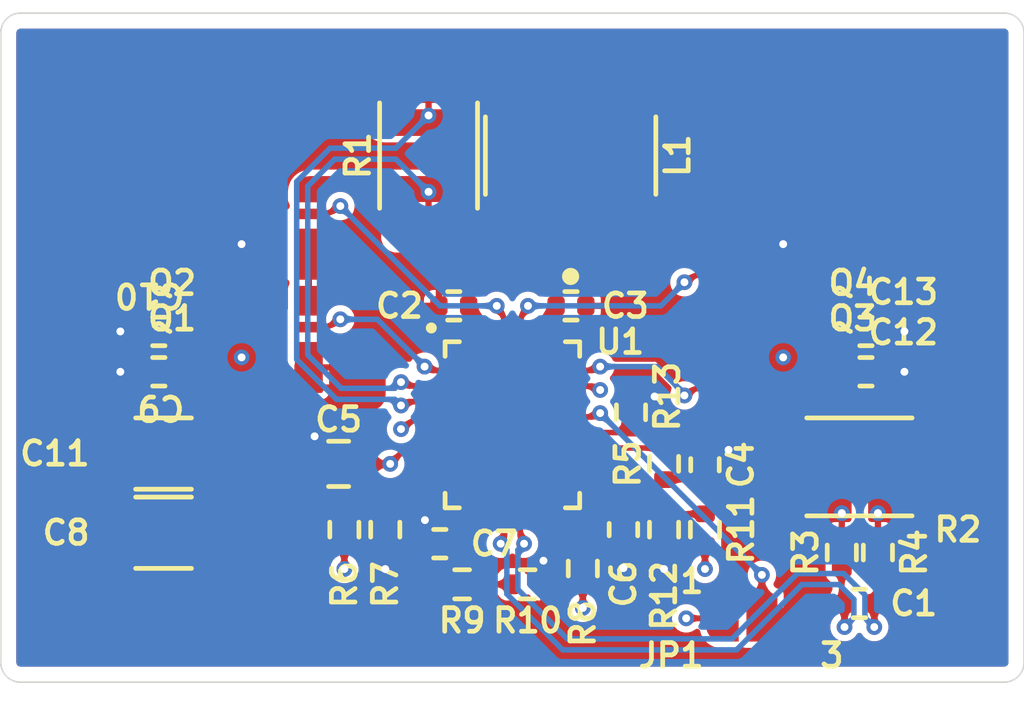
<source format=kicad_pcb>
(kicad_pcb (version 20241229) (generator "pcbnew") (generator_version "9.0")
  (layers (0 "F.Cu" signal) (4 "In1.Cu" power) (6 "In2.Cu" power) (2 "B.Cu" signal) (13 "F.Paste" user) (15 "B.Paste" user) (5 "F.SilkS" user "F.Silkscreen") (7 "B.SilkS" user "B.Silkscreen") (1 "F.Mask" user) (3 "B.Mask" user) (25 "Edge.Cuts" user))
  (net 0 "")
  (net 1 "/LSN")
  (net 3 "/TG1")
  (net 5 "/TG2")
  (net 6 "/SW2")
  (net 7 "/LSP")
  (net 8 "/BG2")
  (net 9 "GND")
  (net 10 "/BG1")
  (net 11 "/VIN")
  (net 12 "/VOUT")
  (net 13 "/V_OUT")
  (net 14 "/ISN")
  (net 15 "/ISP")
  (net 16 "Net-(C4-Pad1)")
  (net 17 "/VC")
  (net 18 "/BST1")
  (net 19 "/BST2")
  (net 20 "/EN{slash}UVLO")
  (net 21 "/INTVCC")
  (net 22 "/~{PGOOD}")
  (net 23 "/SS")
  (net 24 "/VREF")
  (net 25 "/CTRL")
  (net 26 "/FB")
  (net 27 "/RT")
  (net 28 "/SYNC{slash}SPRD")
  (footprint "resistor_footprints:R_0402_1005Metric" (layer "F.Cu") (at 135.8519 94.44222 -90)
    (property "Reference" "R7" (at 0.93 0 90) (layer "F.SilkS") (effects (font (size 0.762 0.762) (thickness 0.1524)) (justify right)))
    (property "Value" "165 kΩ")
    (fp_line (start 0.24 0.47) (end -0.24 0.47) (stroke (width 0.1524)) (layer "F.SilkS"))
    (fp_line (start 0.24 -0.47) (end -0.24 -0.47) (stroke (width 0.1524)) (layer "F.SilkS"))
    (pad "1" smd roundrect (at -0.51 0 270) (size 0.54 0.64) (layers "F.Cu" "F.Mask" "F.Paste") (net 20 "/EN{slash}UVLO"))
    (pad "2" smd roundrect (at 0.51 0 270) (size 0.54 0.64) (layers "F.Cu" "F.Mask" "F.Paste") (net 9 "GND"))
  )
  (footprint "resistor_footprints:R_0402_1005Metric" (layer "F.Cu") (at 138.33243 96.20758)
    (property "Reference" "R9" (at 0 0.724 0) (layer "F.SilkS") (effects (font (size 0.762 0.762) (thickness 0.1524)) (justify top)))
    (property "Value" "124 kΩ")
    (fp_line (start 0.24 -0.47) (end -0.24 -0.47) (stroke (width 0.1524)) (layer "F.SilkS"))
    (fp_line (start 0.24 0.47) (end -0.24 0.47) (stroke (width 0.1524)) (layer "F.SilkS"))
    (pad "1" smd roundrect (at -0.51 0) (size 0.54 0.64) (layers "F.Cu" "F.Mask" "F.Paste") (net 24 "/VREF"))
    (pad "2" smd roundrect (at 0.51 0) (size 0.54 0.64) (layers "F.Cu" "F.Mask" "F.Paste") (net 25 "/CTRL"))
  )
  (footprint "resistor_footprints:R_2010_5025Metric" (layer "F.Cu") (at 151.15226 92.4179)
    (property "Reference" "R2" (at 3.18 1.58 0) (layer "F.SilkS") (effects (font (size 0.762 0.762) (thickness 0.1524)) (justify top)))
    (property "Value" "0.01 Ω")
    (fp_line (start 1.6995 -1.58) (end -1.6995 -1.58) (stroke (width 0.1524)) (layer "F.SilkS"))
    (fp_line (start 1.6995 1.58) (end -1.6995 1.58) (stroke (width 0.1524)) (layer "F.SilkS"))
    (pad "1" smd roundrect (at -2.312 0) (size 1.225 2.65) (layers "F.Cu" "F.Mask" "F.Paste") (net 12 "/VOUT"))
    (pad "2" smd roundrect (at 2.312 0) (size 1.225 2.65) (layers "F.Cu" "F.Mask" "F.Paste") (net 13 "/V_OUT"))
  )
  (footprint "resistor_footprints:R_0402_1005Metric" (layer "F.Cu") (at 134.53164 94.44222 90)
    (property "Reference" "R6" (at -0.93 0 90) (layer "F.SilkS") (effects (font (size 0.762 0.762) (thickness 0.1524)) (justify right)))
    (property "Value" "383 kΩ")
    (fp_line (start 0.24 -0.47) (end -0.24 -0.47) (stroke (width 0.1524)) (layer "F.SilkS"))
    (fp_line (start 0.24 0.47) (end -0.24 0.47) (stroke (width 0.1524)) (layer "F.SilkS"))
    (pad "1" smd roundrect (at -0.51 0 90) (size 0.54 0.64) (layers "F.Cu" "F.Mask" "F.Paste") (net 11 "/VIN"))
    (pad "2" smd roundrect (at 0.51 0 90) (size 0.54 0.64) (layers "F.Cu" "F.Mask" "F.Paste") (net 20 "/EN{slash}UVLO"))
  )
  (footprint "resistor_footprints:R_0402_1005Metric" (layer "F.Cu") (at 151.750399 95.18142 -90)
    (property "Reference" "R4" (at 0 -0.724 90) (layer "F.SilkS") (effects (font (size 0.762 0.762) (thickness 0.1524)) (justify top)))
    (property "Value" "10 kΩ")
    (fp_line (start 0.24 0.47) (end -0.24 0.47) (stroke (width 0.1524)) (layer "F.SilkS"))
    (fp_line (start 0.24 -0.47) (end -0.24 -0.47) (stroke (width 0.1524)) (layer "F.SilkS"))
    (pad "1" smd roundrect (at -0.51 0 270) (size 0.54 0.64) (layers "F.Cu" "F.Mask" "F.Paste") (net 13 "/V_OUT"))
    (pad "2" smd roundrect (at 0.51 0 270) (size 0.54 0.64) (layers "F.Cu" "F.Mask" "F.Paste") (net 14 "/ISN"))
  )
  (footprint "resistor_footprints:R_0402_1005Metric" (layer "F.Cu") (at 142.2273 95.69758 -90)
    (property "Reference" "R8" (at 0.93 0 90) (layer "F.SilkS") (effects (font (size 0.762 0.762) (thickness 0.1524)) (justify right)))
    (property "Value" "100 kΩ")
    (fp_line (start 0.24 0.47) (end -0.24 0.47) (stroke (width 0.1524)) (layer "F.SilkS"))
    (fp_line (start 0.24 -0.47) (end -0.24 -0.47) (stroke (width 0.1524)) (layer "F.SilkS"))
    (pad "1" smd roundrect (at -0.51 0 270) (size 0.54 0.64) (layers "F.Cu" "F.Mask" "F.Paste") (net 22 "/~{PGOOD}"))
    (pad "2" smd roundrect (at 0.51 0 270) (size 0.54 0.64) (layers "F.Cu" "F.Mask" "F.Paste") (net 21 "/INTVCC"))
  )
  (footprint "capacitor_footprints:C_0402_1005Metric" (layer "F.Cu") (at 143.538315 94.44222 -90)
    (property "Reference" "C6" (at 0.91 0 90) (layer "F.SilkS") (effects (font (size 0.762 0.762) (thickness 0.1524)) (justify right)))
    (property "Value" "22 nF")
    (fp_line (start 0.2 0.46) (end -0.2 0.46) (stroke (width 0.1524)) (layer "F.SilkS"))
    (fp_line (start 0.2 -0.46) (end -0.2 -0.46) (stroke (width 0.1524)) (layer "F.SilkS"))
    (pad "1" smd roundrect (at -0.48 0 270) (size 0.56 0.62) (layers "F.Cu" "F.Mask" "F.Paste") (net 23 "/SS"))
    (pad "2" smd roundrect (at 0.48 0 270) (size 0.56 0.62) (layers "F.Cu" "F.Mask" "F.Paste") (net 9 "GND"))
  )
  (footprint "transistor_footprints:TSDSON-8FL" (layer "F.Cu") (at 147.97218 88.883821)
    (property "Reference" "Q3" (at 2.1 -1.7 0) (layer "F.SilkS") (effects (font (size 0.762 0.762) (thickness 0.1524)) (justify left top)))
    (property "Value" "25 V")
    (pad "1" smd roundrect (at -1.45 -0.975) (size 0.9 0.34) (layers "F.Cu" "F.Mask" "F.Paste") (net 6 "/SW2"))
    (pad "1" smd roundrect (at -1.45 -0.325) (size 0.9 1.64) (layers "F.Cu" "F.Mask" "F.Paste") (roundrect_rratio 0.05) (net 6 "/SW2"))
    (pad "2" smd roundrect (at -1.45 -0.325) (size 0.9 0.34) (layers "F.Cu" "F.Mask" "F.Paste") (net 6 "/SW2"))
    (pad "3" smd roundrect (at -1.45 0.325) (size 0.9 0.34) (layers "F.Cu" "F.Mask" "F.Paste") (net 6 "/SW2"))
    (pad "4" smd roundrect (at -1.45 0.975) (size 0.9 0.34) (layers "F.Cu" "F.Mask" "F.Paste") (net 5 "/TG2"))
    (pad "5" smd roundrect (at 0.72 0) (size 2.36 2.29) (layers "F.Cu" "F.Mask" "F.Paste") (roundrect_rratio 0.05) (net 12 "/VOUT"))
    (pad "5" smd roundrect (at 1.45 -0.975) (size 0.9 0.34) (layers "F.Cu" "F.Mask" "F.Paste") (net 12 "/VOUT"))
    (pad "5" smd roundrect (at 1.45 -0.325) (size 0.9 0.34) (layers "F.Cu" "F.Mask" "F.Paste") (net 12 "/VOUT"))
    (pad "5" smd roundrect (at 1.45 0.325) (size 0.9 0.34) (layers "F.Cu" "F.Mask" "F.Paste") (net 12 "/VOUT"))
    (pad "5" smd roundrect (at 1.45 0.975) (size 0.9 0.34) (layers "F.Cu" "F.Mask" "F.Paste") (net 12 "/VOUT"))
  )
  (footprint "resistor_footprints:R_0402_1005Metric" (layer "F.Cu") (at 146.16938 94.44222 90)
    (property "Reference" "R11" (at 0 0.724 90) (layer "F.SilkS") (effects (font (size 0.762 0.762) (thickness 0.1524)) (justify top)))
    (property "Value" "110 kΩ")
    (fp_line (start 0.24 -0.47) (end -0.24 -0.47) (stroke (width 0.1524)) (layer "F.SilkS"))
    (fp_line (start 0.24 0.47) (end -0.24 0.47) (stroke (width 0.1524)) (layer "F.SilkS"))
    (pad "1" smd roundrect (at -0.51 0 90) (size 0.54 0.64) (layers "F.Cu" "F.Mask" "F.Paste") (net 13 "/V_OUT"))
    (pad "2" smd roundrect (at 0.51 0 90) (size 0.54 0.64) (layers "F.Cu" "F.Mask" "F.Paste") (net 26 "/FB"))
  )
  (footprint "capacitor_footprints:C_0402_1005Metric" (layer "F.Cu") (at 137.61218 94.89694 180)
    (property "Reference" "C7" (at -0.91 0 0) (layer "F.SilkS") (effects (font (size 0.762 0.762) (thickness 0.1524)) (justify left)))
    (property "Value" "470 nF")
    (fp_line (start 0.2 0.46) (end -0.2 0.46) (stroke (width 0.1524)) (layer "F.SilkS"))
    (fp_line (start 0.2 -0.46) (end -0.2 -0.46) (stroke (width 0.1524)) (layer "F.SilkS"))
    (pad "1" smd roundrect (at -0.48 0 180) (size 0.56 0.62) (layers "F.Cu" "F.Mask" "F.Paste") (net 24 "/VREF"))
    (pad "2" smd roundrect (at 0.48 0 180) (size 0.56 0.62) (layers "F.Cu" "F.Mask" "F.Paste") (net 9 "GND"))
  )
  (footprint "transistor_footprints:TSDSON-8FL" (layer "F.Cu") (at 131.93582 88.883821 180)
    (property "Reference" "Q1" (at 2.1 1.7 0) (layer "F.SilkS") (effects (font (size 0.762 0.762) (thickness 0.1524)) (justify right top)))
    (property "Value" "60 V")
    (pad "1" smd roundrect (at -1.45 -0.975 180) (size 0.9 0.34) (layers "F.Cu" "F.Mask" "F.Paste") (net 7 "/LSP"))
    (pad "1" smd roundrect (at -1.45 -0.325 180) (size 0.9 1.64) (layers "F.Cu" "F.Mask" "F.Paste") (roundrect_rratio 0.05) (net 7 "/LSP"))
    (pad "2" smd roundrect (at -1.45 -0.325 180) (size 0.9 0.34) (layers "F.Cu" "F.Mask" "F.Paste") (net 7 "/LSP"))
    (pad "3" smd roundrect (at -1.45 0.325 180) (size 0.9 0.34) (layers "F.Cu" "F.Mask" "F.Paste") (net 7 "/LSP"))
    (pad "4" smd roundrect (at -1.45 0.975 180) (size 0.9 0.34) (layers "F.Cu" "F.Mask" "F.Paste") (net 3 "/TG1"))
    (pad "5" smd roundrect (at 0.72 0 180) (size 2.36 2.29) (layers "F.Cu" "F.Mask" "F.Paste") (roundrect_rratio 0.05) (net 11 "/VIN"))
    (pad "5" smd roundrect (at 1.45 -0.975 180) (size 0.9 0.34) (layers "F.Cu" "F.Mask" "F.Paste") (net 11 "/VIN"))
    (pad "5" smd roundrect (at 1.45 -0.325 180) (size 0.9 0.34) (layers "F.Cu" "F.Mask" "F.Paste") (net 11 "/VIN"))
    (pad "5" smd roundrect (at 1.45 0.325 180) (size 0.9 0.34) (layers "F.Cu" "F.Mask" "F.Paste") (net 11 "/VIN"))
    (pad "5" smd roundrect (at 1.45 0.975 180) (size 0.9 0.34) (layers "F.Cu" "F.Mask" "F.Paste") (net 11 "/VIN"))
  )
  (footprint "capacitor_footprints:C_0402_1005Metric" (layer "F.Cu") (at 128.54432 89.348821 180)
    (property "Reference" "C9" (at -0.91 -0.714 180) (layer "F.SilkS") (effects (font (size 0.762 0.762) (thickness 0.1524)) (justify left bottom)))
    (property "Value" "100 nF")
    (fp_line (start 0.2 0.46) (end -0.2 0.46) (stroke (width 0.1524)) (layer "F.SilkS"))
    (fp_line (start 0.2 -0.46) (end -0.2 -0.46) (stroke (width 0.1524)) (layer "F.SilkS"))
    (pad "1" smd roundrect (at -0.48 0 180) (size 0.56 0.62) (layers "F.Cu" "F.Mask" "F.Paste") (net 11 "/VIN"))
    (pad "2" smd roundrect (at 0.48 0 180) (size 0.56 0.62) (layers "F.Cu" "F.Mask" "F.Paste") (net 9 "GND"))
  )
  (footprint "solder_jumper_footprints:SolderJumper-3_P1.3mm_Bridged_2_3_RoundedPad1.0x1.5mm_NumberLabels_1" (layer "F.Cu") (at 148.00628 97.30486)
    (property "Reference" "JP1" (at -1.795176 0.753813 0) (layer "F.SilkS") (effects (font (size 0.762 0.762) (thickness 0.1524) (bold yes)) (justify right top)))
    (property "Value" "SolderJumper_3_Open")
    (fp_rect (start 0.3835 -0.254) (end 0.8915 0.254) (stroke (width 0.2)) (fill yes) (layer "F.Cu"))
    (fp_text user "1" (at -1.79518 -0.753813 0) (layer "F.SilkS") (effects (font (size 0.762 0.762) (thickness 0.1524) (bold yes)) (justify right bottom)))
    (fp_text user "3" (at 1.795244 0.753813 0) (layer "F.SilkS") (effects (font (size 0.762 0.762) (thickness 0.1524) (bold yes)) (justify left top)))
    (pad "1" smd custom (at -1.3 0) (size 1 0.5) (layers "F.Cu" "F.Mask") (net 21 "/INTVCC") (options (clearance outline) (anchor rect)) (primitives (gr_circle (center 0 0.25) (end 0.5 0.25) (width 0) (fill yes)) (gr_circle (center 0 -0.25) (end 0.5 -0.25) (width 0) (fill yes)) (gr_poly (pts (xy 0.55 0.75) (xy 0 0.75) (xy 0 -0.75) (xy 0.55 -0.75)) (width 0) (fill yes))))
    (pad "2" smd rect (at 0 0) (size 1 1.5) (layers "F.Cu" "F.Mask") (net 28 "/SYNC{slash}SPRD"))
    (pad "3" smd custom (at 1.3 0) (size 1 0.5) (layers "F.Cu" "F.Mask") (net 9 "GND") (options (clearance outline) (anchor rect)) (primitives (gr_circle (center 0 0.25) (end 0.5 0.25) (width 0) (fill yes)) (gr_circle (center 0 -0.25) (end 0.5 -0.25) (width 0) (fill yes)) (gr_poly (pts (xy 0 0.75) (xy -0.55 0.75) (xy -0.55 -0.75) (xy 0 -0.75)) (width 0) (fill yes))))
  )
  (footprint "transistor_footprints:TSDSON-8FL" (layer "F.Cu") (at 131.93582 85.22934 180)
    (property "Reference" "Q2" (at 2.1 -1.7 0) (layer "F.SilkS") (effects (font (size 0.762 0.762) (thickness 0.1524)) (justify right bottom)))
    (property "Value" "60 V")
    (pad "1" smd roundrect (at -1.45 -0.975 180) (size 0.9 0.34) (layers "F.Cu" "F.Mask" "F.Paste") (net 7 "/LSP"))
    (pad "1" smd roundrect (at -1.45 -0.325 180) (size 0.9 1.64) (layers "F.Cu" "F.Mask" "F.Paste") (roundrect_rratio 0.05) (net 7 "/LSP"))
    (pad "2" smd roundrect (at -1.45 -0.325 180) (size 0.9 0.34) (layers "F.Cu" "F.Mask" "F.Paste") (net 7 "/LSP"))
    (pad "3" smd roundrect (at -1.45 0.325 180) (size 0.9 0.34) (layers "F.Cu" "F.Mask" "F.Paste") (net 7 "/LSP"))
    (pad "4" smd roundrect (at -1.45 0.975 180) (size 0.9 0.34) (layers "F.Cu" "F.Mask" "F.Paste") (net 10 "/BG1"))
    (pad "5" smd roundrect (at 0.72 0 180) (size 2.36 2.29) (layers "F.Cu" "F.Mask" "F.Paste") (roundrect_rratio 0.05) (net 9 "GND"))
    (pad "5" smd roundrect (at 1.45 -0.975 180) (size 0.9 0.34) (layers "F.Cu" "F.Mask" "F.Paste") (net 9 "GND"))
    (pad "5" smd roundrect (at 1.45 -0.325 180) (size 0.9 0.34) (layers "F.Cu" "F.Mask" "F.Paste") (net 9 "GND"))
    (pad "5" smd roundrect (at 1.45 0.325 180) (size 0.9 0.34) (layers "F.Cu" "F.Mask" "F.Paste") (net 9 "GND"))
    (pad "5" smd roundrect (at 1.45 0.975 180) (size 0.9 0.34) (layers "F.Cu" "F.Mask" "F.Paste") (net 9 "GND"))
  )
  (footprint "capacitor_footprints:C_1206_3216Metric" (layer "F.Cu") (at 128.69672 94.543 180)
    (property "Reference" "C8" (at 2.3 0 0) (layer "F.SilkS") (effects (font (size 0.762 0.762) (thickness 0.1524)) (justify right)))
    (property "Value" "4.7 µF")
    (fp_line (start 0.9 1.15) (end -0.9 1.15) (stroke (width 0.1524)) (layer "F.SilkS"))
    (fp_line (start 0.9 -1.15) (end -0.9 -1.15) (stroke (width 0.1524)) (layer "F.SilkS"))
    (pad "1" smd roundrect (at -1.475 0 180) (size 1.15 1.8) (layers "F.Cu" "F.Mask" "F.Paste") (net 11 "/VIN"))
    (pad "2" smd roundrect (at 1.475 0 180) (size 1.15 1.8) (layers "F.Cu" "F.Mask" "F.Paste") (net 9 "GND"))
  )
  (footprint "resistor_footprints:R_0402_1005Metric" (layer "F.Cu") (at 143.782155 90.656061 90)
    (property "Reference" "R13" (at 0.508 0.724 90) (layer "F.SilkS") (effects (font (size 0.762 0.762) (thickness 0.1524)) (justify top)))
    (property "Value" "100 kΩ")
    (fp_line (start 0.24 -0.47) (end -0.24 -0.47) (stroke (width 0.1524)) (layer "F.SilkS"))
    (fp_line (start 0.24 0.47) (end -0.24 0.47) (stroke (width 0.1524)) (layer "F.SilkS"))
    (pad "1" smd roundrect (at -0.51 0 90) (size 0.54 0.64) (layers "F.Cu" "F.Mask" "F.Paste") (net 27 "/RT"))
    (pad "2" smd roundrect (at 0.51 0 90) (size 0.54 0.64) (layers "F.Cu" "F.Mask" "F.Paste") (net 9 "GND"))
  )
  (footprint "resistor_footprints:R_2010_5025Metric" (layer "F.Cu") (at 137.2489 82.3728 90)
    (property "Reference" "R1" (at 0 -1.834 90) (layer "F.SilkS") (effects (font (size 0.762 0.762) (thickness 0.1524)) (justify bottom)))
    (property "Value" "0.005 Ω")
    (fp_line (start 1.6995 -1.58) (end -1.6995 -1.58) (stroke (width 0.1524)) (layer "F.SilkS"))
    (fp_line (start 1.6995 1.58) (end -1.6995 1.58) (stroke (width 0.1524)) (layer "F.SilkS"))
    (pad "1" smd roundrect (at -2.312 0 90) (size 1.225 2.65) (layers "F.Cu" "F.Mask" "F.Paste") (net 7 "/LSP"))
    (pad "2" smd roundrect (at 2.312 0 90) (size 1.225 2.65) (layers "F.Cu" "F.Mask" "F.Paste") (net 1 "/LSN"))
  )
  (footprint "inductor_footprints:74437336" (layer "F.Cu") (at 141.8336 82.3722 90)
    (property "Reference" "L1" (at 0 3.004 90) (layer "F.SilkS") (effects (font (size 0.762 0.762) (thickness 0.1524)) (justify top)))
    (property "Value" "1.0 µH")
    (fp_line (start 1.25 -2.75) (end -1.25 -2.75) (stroke (width 0.1524)) (layer "F.SilkS"))
    (fp_line (start 1.25 2.75) (end -1.25 2.75) (stroke (width 0.1524)) (layer "F.SilkS"))
    (fp_circle (center -3.9 0) (end -4.1 0) (stroke (width 0.1524)) (fill yes) (layer "F.SilkS"))
    (pad "1" smd roundrect (at -2.25 0 90) (size 2 1.8) (layers "F.Cu" "F.Mask" "F.Paste") (net 6 "/SW2"))
    (pad "2" smd roundrect (at 2.25 0 90) (size 2 1.8) (layers "F.Cu" "F.Mask" "F.Paste") (net 1 "/LSN"))
  )
  (footprint "resistor_footprints:R_0402_1005Metric" (layer "F.Cu") (at 144.84858 92.319062 -90)
    (property "Reference" "R5" (at 0 0.724 90) (layer "F.SilkS") (effects (font (size 0.762 0.762) (thickness 0.1524)) (justify bottom)))
    (property "Value" "10 kΩ")
    (fp_line (start 0.24 0.47) (end -0.24 0.47) (stroke (width 0.1524)) (layer "F.SilkS"))
    (fp_line (start 0.24 -0.47) (end -0.24 -0.47) (stroke (width 0.1524)) (layer "F.SilkS"))
    (pad "1" smd roundrect (at -0.51 0 270) (size 0.54 0.64) (layers "F.Cu" "F.Mask" "F.Paste") (net 17 "/VC"))
    (pad "2" smd roundrect (at 0.51 0 270) (size 0.54 0.64) (layers "F.Cu" "F.Mask" "F.Paste") (net 16 "Net-(C4-Pad1)"))
  )
  (footprint "resistor_footprints:R_0402_1005Metric" (layer "F.Cu") (at 144.84858 94.44222 90)
    (property "Reference" "R12" (at -0.93 0 90) (layer "F.SilkS") (effects (font (size 0.762 0.762) (thickness 0.1524)) (justify right)))
    (property "Value" "10 kΩ")
    (fp_line (start 0.24 -0.47) (end -0.24 -0.47) (stroke (width 0.1524)) (layer "F.SilkS"))
    (fp_line (start 0.24 0.47) (end -0.24 0.47) (stroke (width 0.1524)) (layer "F.SilkS"))
    (pad "1" smd roundrect (at -0.51 0 90) (size 0.54 0.64) (layers "F.Cu" "F.Mask" "F.Paste") (net 9 "GND"))
    (pad "2" smd roundrect (at 0.51 0 90) (size 0.54 0.64) (layers "F.Cu" "F.Mask" "F.Paste") (net 26 "/FB"))
  )
  (footprint "capacitor_footprints:C_0402_1005Metric" (layer "F.Cu") (at 128.54432 88.04656 180)
    (property "Reference" "C10" (at -0.91 0.714 180) (layer "F.SilkS") (effects (font (size 0.762 0.762) (thickness 0.1524)) (justify left top)))
    (property "Value" "100 nF")
    (fp_line (start 0.2 0.46) (end -0.2 0.46) (stroke (width 0.1524)) (layer "F.SilkS"))
    (fp_line (start 0.2 -0.46) (end -0.2 -0.46) (stroke (width 0.1524)) (layer "F.SilkS"))
    (pad "1" smd roundrect (at -0.48 0 180) (size 0.56 0.62) (layers "F.Cu" "F.Mask" "F.Paste") (net 11 "/VIN"))
    (pad "2" smd roundrect (at 0.48 0 180) (size 0.56 0.62) (layers "F.Cu" "F.Mask" "F.Paste") (net 9 "GND"))
  )
  (footprint "resistor_footprints:R_0402_1005Metric" (layer "F.Cu") (at 140.44676 96.20758)
    (property "Reference" "R10" (at 0 0.724 0) (layer "F.SilkS") (effects (font (size 0.762 0.762) (thickness 0.1524)) (justify top)))
    (property "Value" "75 kΩ")
    (fp_line (start 0.24 -0.47) (end -0.24 -0.47) (stroke (width 0.1524)) (layer "F.SilkS"))
    (fp_line (start 0.24 0.47) (end -0.24 0.47) (stroke (width 0.1524)) (layer "F.SilkS"))
    (pad "1" smd roundrect (at -0.51 0) (size 0.54 0.64) (layers "F.Cu" "F.Mask" "F.Paste") (net 25 "/CTRL"))
    (pad "2" smd roundrect (at 0.51 0) (size 0.54 0.64) (layers "F.Cu" "F.Mask" "F.Paste") (net 9 "GND"))
  )
  (footprint "analog_devices_footprints:UFD_05-08-1712_ADI" (layer "F.Cu") (at 139.954 91.059061)
    (property "Reference" "U1" (at 2.6162 -3.1242 0) (layer "F.SilkS") (effects (font (size 0.762 0.762) (thickness 0.1524) (bold yes)) (justify left top)))
    (property "Value" "ADPL76030EUFD-PBF")
    (fp_line (start -2.1717 -2.6797) (end -2.1717 -2.209739) (stroke (width 0.1524)) (layer "F.SilkS"))
    (fp_line (start -2.1717 2.209739) (end -2.1717 2.6797) (stroke (width 0.1524)) (layer "F.SilkS"))
    (fp_line (start -2.1717 2.6797) (end -1.70974 2.6797) (stroke (width 0.1524)) (layer "F.SilkS"))
    (fp_line (start -1.70974 -2.6797) (end -2.1717 -2.6797) (stroke (width 0.1524)) (layer "F.SilkS"))
    (fp_line (start 1.70974 2.6797) (end 2.1717 2.6797) (stroke (width 0.1524)) (layer "F.SilkS"))
    (fp_line (start 2.1717 -2.6797) (end 1.70974 -2.6797) (stroke (width 0.1524)) (layer "F.SilkS"))
    (fp_line (start 2.1717 -2.209739) (end 2.1717 -2.6797) (stroke (width 0.1524)) (layer "F.SilkS"))
    (fp_line (start 2.1717 2.6797) (end 2.1717 2.209739) (stroke (width 0.1524)) (layer "F.SilkS"))
    (fp_circle (center -2.6162 -3.1242) (end -2.4892 -3.1242) (stroke (width 0.1)) (fill yes) (layer "F.SilkS"))
    (pad "1" smd roundrect (at -1.9431 -1.749999 90) (size 0.254 0.8128) (layers "F.Cu" "F.Mask" "F.Paste") (net 3 "/TG1"))
    (pad "2" smd roundrect (at -1.9431 -1.25 90) (size 0.254 0.8128) (layers "F.Cu" "F.Mask" "F.Paste") (net 7 "/LSP"))
    (pad "3" smd roundrect (at -1.9431 -0.750001 90) (size 0.254 0.8128) (layers "F.Cu" "F.Mask" "F.Paste") (net 1 "/LSN"))
    (pad "4" smd roundrect (at -1.9431 -0.25 90) (size 0.254 0.8128) (layers "F.Cu" "F.Mask" "F.Paste") (net 11 "/VIN"))
    (pad "5" smd roundrect (at -1.9431 0.25 90) (size 0.254 0.8128) (layers "F.Cu" "F.Mask" "F.Paste") (net 21 "/INTVCC"))
    (pad "6" smd roundrect (at -1.9431 0.750001 90) (size 0.254 0.8128) (layers "F.Cu" "F.Mask" "F.Paste") (net 20 "/EN{slash}UVLO"))
    (pad "7" smd roundrect (at -1.9431 1.25 90) (size 0.254 0.8128) (layers "F.Cu" "F.Mask" "F.Paste") (net 9 "GND"))
    (pad "8" smd roundrect (at -1.9431 1.749999 90) (size 0.254 0.8128) (layers "F.Cu" "F.Mask" "F.Paste") (net 24 "/VREF"))
    (pad "9" smd roundrect (at -1.25 2.4511) (size 0.254 0.8128) (layers "F.Cu" "F.Mask" "F.Paste") (net 24 "/VREF"))
    (pad "10" smd roundrect (at -0.750001 2.4511) (size 0.254 0.8128) (layers "F.Cu" "F.Mask" "F.Paste") (net 25 "/CTRL"))
    (pad "11" smd roundrect (at -0.25 2.4511) (size 0.254 0.8128) (layers "F.Cu" "F.Mask" "F.Paste") (net 15 "/ISP"))
    (pad "12" smd roundrect (at 0.25 2.4511) (size 0.254 0.8128) (layers "F.Cu" "F.Mask" "F.Paste") (net 14 "/ISN"))
    (pad "13" smd roundrect (at 0.750001 2.4511) (size 0.254 0.8128) (layers "F.Cu" "F.Mask" "F.Paste"))
    (pad "14" smd roundrect (at 1.25 2.4511) (size 0.254 0.8128) (layers "F.Cu" "F.Mask" "F.Paste") (net 22 "/~{PGOOD}"))
    (pad "15" smd roundrect (at 1.9431 1.749999 90) (size 0.254 0.8128) (layers "F.Cu" "F.Mask" "F.Paste") (net 23 "/SS"))
    (pad "16" smd roundrect (at 1.9431 1.25 90) (size 0.254 0.8128) (layers "F.Cu" "F.Mask" "F.Paste") (net 26 "/FB"))
    (pad "17" smd roundrect (at 1.9431 0.750001 90) (size 0.254 0.8128) (layers "F.Cu" "F.Mask" "F.Paste") (net 17 "/VC"))
    (pad "18" smd roundrect (at 1.9431 0.25 90) (size 0.254 0.8128) (layers "F.Cu" "F.Mask" "F.Paste") (net 27 "/RT"))
    (pad "19" smd roundrect (at 1.9431 -0.25 90) (size 0.254 0.8128) (layers "F.Cu" "F.Mask" "F.Paste") (net 28 "/SYNC{slash}SPRD"))
    (pad "20" smd roundrect (at 1.9431 -0.750001 90) (size 0.254 0.8128) (layers "F.Cu" "F.Mask" "F.Paste"))
    (pad "21" smd roundrect (at 1.9431 -1.25 90) (size 0.254 0.8128) (layers "F.Cu" "F.Mask" "F.Paste") (net 12 "/VOUT"))
    (pad "22" smd roundrect (at 1.9431 -1.749999 90) (size 0.254 0.8128) (layers "F.Cu" "F.Mask" "F.Paste") (net 5 "/TG2"))
    (pad "23" smd roundrect (at 1.25 -2.4511) (size 0.254 0.8128) (layers "F.Cu" "F.Mask" "F.Paste") (net 6 "/SW2"))
    (pad "24" smd roundrect (at 0.750001 -2.4511) (size 0.254 0.8128) (layers "F.Cu" "F.Mask" "F.Paste") (net 19 "/BST2"))
    (pad "25" smd roundrect (at 0.25 -2.4511) (size 0.254 0.8128) (layers "F.Cu" "F.Mask" "F.Paste") (net 8 "/BG2"))
    (pad "26" smd roundrect (at -0.25 -2.4511) (size 0.254 0.8128) (layers "F.Cu" "F.Mask" "F.Paste") (net 10 "/BG1"))
    (pad "27" smd roundrect (at -0.750001 -2.4511) (size 0.254 0.8128) (layers "F.Cu" "F.Mask" "F.Paste") (net 18 "/BST1"))
    (pad "28" smd roundrect (at -1.25 -2.4511) (size 0.254 0.8128) (layers "F.Cu" "F.Mask" "F.Paste") (net 7 "/LSP"))
    (pad "29" smd roundrect (at 0 0) (size 2.7432 3.7592) (layers "F.Cu" "F.Mask" "F.Paste") (roundrect_rratio 0.09113444153) (net 9 "GND"))
  )
  (footprint "capacitor_footprints:C_0402_1005Metric" (layer "F.Cu") (at 151.36368 89.348821)
    (property "Reference" "C12" (at 0 -1.27 0) (layer "F.SilkS") (effects (font (size 0.762 0.762) (thickness 0.1524)) (justify left)))
    (property "Value" "100 nF")
    (fp_line (start 0.2 -0.46) (end -0.2 -0.46) (stroke (width 0.1524)) (layer "F.SilkS"))
    (fp_line (start 0.2 0.46) (end -0.2 0.46) (stroke (width 0.1524)) (layer "F.SilkS"))
    (pad "1" smd roundrect (at -0.48 0) (size 0.56 0.62) (layers "F.Cu" "F.Mask" "F.Paste") (net 12 "/VOUT"))
    (pad "2" smd roundrect (at 0.48 0) (size 0.56 0.62) (layers "F.Cu" "F.Mask" "F.Paste") (net 9 "GND"))
  )
  (footprint "capacitor_footprints:C_0402_1005Metric" (layer "F.Cu") (at 151.36368 88.04656)
    (property "Reference" "C13" (at 0 -1.27 0) (layer "F.SilkS") (effects (font (size 0.762 0.762) (thickness 0.1524)) (justify left)))
    (property "Value" "100 nF")
    (fp_line (start 0.2 -0.46) (end -0.2 -0.46) (stroke (width 0.1524)) (layer "F.SilkS"))
    (fp_line (start 0.2 0.46) (end -0.2 0.46) (stroke (width 0.1524)) (layer "F.SilkS"))
    (pad "1" smd roundrect (at -0.48 0) (size 0.56 0.62) (layers "F.Cu" "F.Mask" "F.Paste") (net 12 "/VOUT"))
    (pad "2" smd roundrect (at 0.48 0) (size 0.56 0.62) (layers "F.Cu" "F.Mask" "F.Paste") (net 9 "GND"))
  )
  (footprint "capacitor_footprints:C_0402_1005Metric" (layer "F.Cu") (at 151.15226 96.8248)
    (property "Reference" "C1" (at 0.91 0 0) (layer "F.SilkS") (effects (font (size 0.762 0.762) (thickness 0.1524)) (justify left)))
    (property "Value" "1 µF")
    (fp_line (start 0.2 -0.46) (end -0.2 -0.46) (stroke (width 0.1524)) (layer "F.SilkS"))
    (fp_line (start 0.2 0.46) (end -0.2 0.46) (stroke (width 0.1524)) (layer "F.SilkS"))
    (pad "1" smd roundrect (at -0.48 0) (size 0.56 0.62) (layers "F.Cu" "F.Mask" "F.Paste") (net 15 "/ISP"))
    (pad "2" smd roundrect (at 0.48 0) (size 0.56 0.62) (layers "F.Cu" "F.Mask" "F.Paste") (net 14 "/ISN"))
  )
  (footprint "capacitor_footprints:C_0402_1005Metric" (layer "F.Cu") (at 146.16938 92.349062 90)
    (property "Reference" "C4" (at 0 0.714 90) (layer "F.SilkS") (effects (font (size 0.762 0.762) (thickness 0.1524)) (justify top)))
    (property "Value" "2.2 nF")
    (fp_line (start 0.2 -0.46) (end -0.2 -0.46) (stroke (width 0.1524)) (layer "F.SilkS"))
    (fp_line (start 0.2 0.46) (end -0.2 0.46) (stroke (width 0.1524)) (layer "F.SilkS"))
    (pad "1" smd roundrect (at -0.48 0 90) (size 0.56 0.62) (layers "F.Cu" "F.Mask" "F.Paste") (net 16 "Net-(C4-Pad1)"))
    (pad "2" smd roundrect (at 0.48 0 90) (size 0.56 0.62) (layers "F.Cu" "F.Mask" "F.Paste") (net 9 "GND"))
  )
  (footprint "transistor_footprints:TSDSON-8FL" (layer "F.Cu") (at 147.97218 85.22934)
    (property "Reference" "Q4" (at 2.1 1.7 0) (layer "F.SilkS") (effects (font (size 0.762 0.762) (thickness 0.1524)) (justify left bottom)))
    (property "Value" "25 V")
    (pad "1" smd roundrect (at -1.45 -0.975) (size 0.9 0.34) (layers "F.Cu" "F.Mask" "F.Paste") (net 6 "/SW2"))
    (pad "1" smd roundrect (at -1.45 -0.325) (size 0.9 1.64) (layers "F.Cu" "F.Mask" "F.Paste") (roundrect_rratio 0.05) (net 6 "/SW2"))
    (pad "2" smd roundrect (at -1.45 -0.325) (size 0.9 0.34) (layers "F.Cu" "F.Mask" "F.Paste") (net 6 "/SW2"))
    (pad "3" smd roundrect (at -1.45 0.325) (size 0.9 0.34) (layers "F.Cu" "F.Mask" "F.Paste") (net 6 "/SW2"))
    (pad "4" smd roundrect (at -1.45 0.975) (size 0.9 0.34) (layers "F.Cu" "F.Mask" "F.Paste") (net 8 "/BG2"))
    (pad "5" smd roundrect (at 0.72 0) (size 2.36 2.29) (layers "F.Cu" "F.Mask" "F.Paste") (roundrect_rratio 0.05) (net 9 "GND"))
    (pad "5" smd roundrect (at 1.45 -0.975) (size 0.9 0.34) (layers "F.Cu" "F.Mask" "F.Paste") (net 9 "GND"))
    (pad "5" smd roundrect (at 1.45 -0.325) (size 0.9 0.34) (layers "F.Cu" "F.Mask" "F.Paste") (net 9 "GND"))
    (pad "5" smd roundrect (at 1.45 0.325) (size 0.9 0.34) (layers "F.Cu" "F.Mask" "F.Paste") (net 9 "GND"))
    (pad "5" smd roundrect (at 1.45 0.975) (size 0.9 0.34) (layers "F.Cu" "F.Mask" "F.Paste") (net 9 "GND"))
  )
  (footprint "capacitor_footprints:C_0402_1005Metric" (layer "F.Cu") (at 138.062999 87.22106)
    (property "Reference" "C2" (at -0.91 0 0) (layer "F.SilkS") (effects (font (size 0.762 0.762) (thickness 0.1524)) (justify right)))
    (property "Value" "100 nF")
    (fp_line (start 0.2 -0.46) (end -0.2 -0.46) (stroke (width 0.1524)) (layer "F.SilkS"))
    (fp_line (start 0.2 0.46) (end -0.2 0.46) (stroke (width 0.1524)) (layer "F.SilkS"))
    (pad "1" smd roundrect (at -0.48 0) (size 0.56 0.62) (layers "F.Cu" "F.Mask" "F.Paste") (net 7 "/LSP"))
    (pad "2" smd roundrect (at 0.48 0) (size 0.56 0.62) (layers "F.Cu" "F.Mask" "F.Paste") (net 18 "/BST1"))
  )
  (footprint "capacitor_footprints:C_0402_1005Metric" (layer "F.Cu") (at 141.845001 87.22106 180)
    (property "Reference" "C3" (at -0.91 0 0) (layer "F.SilkS") (effects (font (size 0.762 0.762) (thickness 0.1524)) (justify left)))
    (property "Value" "100 nF")
    (fp_line (start 0.2 0.46) (end -0.2 0.46) (stroke (width 0.1524)) (layer "F.SilkS"))
    (fp_line (start 0.2 -0.46) (end -0.2 -0.46) (stroke (width 0.1524)) (layer "F.SilkS"))
    (pad "1" smd roundrect (at -0.48 0 180) (size 0.56 0.62) (layers "F.Cu" "F.Mask" "F.Paste") (net 6 "/SW2"))
    (pad "2" smd roundrect (at 0.48 0 180) (size 0.56 0.62) (layers "F.Cu" "F.Mask" "F.Paste") (net 19 "/BST2"))
  )
  (footprint "resistor_footprints:R_0402_1005Metric" (layer "F.Cu") (at 150.584539 95.18142 -90)
    (property "Reference" "R3" (at 0 0.724 90) (layer "F.SilkS") (effects (font (size 0.762 0.762) (thickness 0.1524)) (justify bottom)))
    (property "Value" "10 kΩ")
    (fp_line (start 0.24 0.47) (end -0.24 0.47) (stroke (width 0.1524)) (layer "F.SilkS"))
    (fp_line (start 0.24 -0.47) (end -0.24 -0.47) (stroke (width 0.1524)) (layer "F.SilkS"))
    (pad "1" smd roundrect (at -0.51 0 270) (size 0.54 0.64) (layers "F.Cu" "F.Mask" "F.Paste") (net 12 "/VOUT"))
    (pad "2" smd roundrect (at 0.51 0 270) (size 0.54 0.64) (layers "F.Cu" "F.Mask" "F.Paste") (net 15 "/ISP"))
  )
  (footprint "capacitor_footprints:C_1206_3216Metric" (layer "F.Cu") (at 128.69672 91.98776 180)
    (property "Reference" "C11" (at 2.3 0 0) (layer "F.SilkS") (effects (font (size 0.762 0.762) (thickness 0.1524)) (justify right)))
    (property "Value" "4.7 µF")
    (fp_line (start 0.9 1.15) (end -0.9 1.15) (stroke (width 0.1524)) (layer "F.SilkS"))
    (fp_line (start 0.9 -1.15) (end -0.9 -1.15) (stroke (width 0.1524)) (layer "F.SilkS"))
    (pad "1" smd roundrect (at -1.475 0 180) (size 1.15 1.8) (layers "F.Cu" "F.Mask" "F.Paste") (net 11 "/VIN"))
    (pad "2" smd roundrect (at 1.475 0 180) (size 1.15 1.8) (layers "F.Cu" "F.Mask" "F.Paste") (net 9 "GND"))
  )
  (footprint "capacitor_footprints:C_0603_1608Metric" (layer "F.Cu") (at 134.34714 92.320482 180)
    (property "Reference" "C5" (at 0 0.984 0) (layer "F.SilkS") (effects (font (size 0.762 0.762) (thickness 0.1524)) (justify bottom)))
    (property "Value" "4.7 µF")
    (fp_line (start 0.325 0.73) (end -0.325 0.73) (stroke (width 0.1524)) (layer "F.SilkS"))
    (fp_line (start 0.325 -0.73) (end -0.325 -0.73) (stroke (width 0.1524)) (layer "F.SilkS"))
    (pad "1" smd roundrect (at -0.775 0 180) (size 0.9 0.95) (layers "F.Cu" "F.Mask" "F.Paste") (net 21 "/INTVCC"))
    (pad "2" smd roundrect (at 0.775 0 180) (size 0.9 0.95) (layers "F.Cu" "F.Mask" "F.Paste") (net 9 "GND"))
  )
  (gr_line (start 124.079 77.7748) (end 155.829 77.7748) (stroke (width 0.05)) (layer "Edge.Cuts"))
  (gr_line (start 156.464 78.4098) (end 156.464 98.7298) (stroke (width 0.05)) (layer "Edge.Cuts"))
  (gr_line (start 123.444 98.7298) (end 123.444 78.4098) (stroke (width 0.05)) (layer "Edge.Cuts"))
  (gr_arc (start 156.464 98.7298) (mid 156.278013 99.178813) (end 155.829 99.3648) (stroke (width 0.05)) (layer "Edge.Cuts"))
  (gr_line (start 155.829 99.3648) (end 124.079 99.3648) (stroke (width 0.05)) (layer "Edge.Cuts"))
  (gr_arc (start 155.829 77.7748) (mid 156.278013 77.960787) (end 156.464 78.4098) (stroke (width 0.05)) (layer "Edge.Cuts"))
  (gr_arc (start 123.444 78.4098) (mid 123.629987 77.960787) (end 124.079 77.7748) (stroke (width 0.05)) (layer "Edge.Cuts"))
  (gr_arc (start 124.079 99.3648) (mid 123.629987 99.178813) (end 123.444 98.7298) (stroke (width 0.05)) (layer "Edge.Cuts"))
  (segment (start 138.0109 90.30906) (end 136.644745 90.30906) (width 0.1778) (layer "F.Cu") (net 1))
  (segment (start 136.375307 90.420653) (end 136.3599 90.43606) (width 0.1778) (layer "F.Cu") (net 1))
  (via (at 137.2489 81.0768) (size 0.508) (drill 0.254) (layers "F.Cu" "B.Cu") (net 1))
  (via (at 136.3599 90.43606) (size 0.508) (drill 0.254) (layers "F.Cu" "B.Cu") (net 1))
  (arc (start 136.644745 90.30906) (mid 136.498932 90.33806) (end 136.375307 90.420653) (width 0.1778) (layer "F.Cu") (net 1))
  (segment (start 134.281459 90.237859) (end 132.9934 88.9498) (width 0.1778) (layer "B.Cu") (net 1))
  (segment (start 134.073301 82.131499) (end 136.194201 82.131499) (width 0.1778) (layer "B.Cu") (net 1))
  (segment (start 136.3599 90.43606) (end 136.161699 90.237859) (width 0.1778) (layer "B.Cu") (net 1))
  (segment (start 132.9934 88.9498) (end 132.9934 83.2114) (width 0.1778) (layer "B.Cu") (net 1))
  (segment (start 136.194201 82.131499) (end 137.2489 81.0768) (width 0.1778) (layer "B.Cu") (net 1))
  (segment (start 136.161699 90.237859) (end 134.281459 90.237859) (width 0.1778) (layer "B.Cu") (net 1))
  (segment (start 132.9934 83.2114) (end 134.073301 82.131499) (width 0.1778) (layer "B.Cu") (net 1))
  (segment (start 133.38582 87.908821) (end 133.788679 87.908821) (width 0.1778) (layer "F.Cu") (net 3))
  (segment (start 137.136308 89.197469) (end 137.1209 89.182061) (width 0.1778) (layer "F.Cu") (net 3))
  (segment (start 138.0109 89.309062) (end 137.405716 89.309062) (width 0.1778) (layer "F.Cu") (net 3))
  (via (at 134.40182 87.654821) (size 0.508) (drill 0.254) (layers "F.Cu" "B.Cu") (net 3))
  (via (at 137.1209 89.182061) (size 0.508) (drill 0.254) (layers "F.Cu" "B.Cu") (net 3))
  (arc (start 134.40182 87.654821) (mid 134.120482 87.842821) (end 133.788679 87.908821) (width 0.1778) (layer "F.Cu") (net 3))
  (arc (start 137.136308 89.197469) (mid 137.259913 89.28006) (end 137.405716 89.309062) (width 0.1778) (layer "F.Cu") (net 3))
  (segment (start 137.1209 89.182061) (end 135.59366 87.654821) (width 0.1778) (layer "B.Cu") (net 3))
  (segment (start 135.59366 87.654821) (end 134.40182 87.654821) (width 0.1778) (layer "B.Cu") (net 3))
  (segment (start 141.8971 89.309062) (end 142.501284 89.309062) (width 0.1778) (layer "F.Cu") (net 5))
  (segment (start 146.52218 89.858821) (end 146.119338 89.858821) (width 0.1778) (layer "F.Cu") (net 5))
  (segment (start 142.770692 89.197469) (end 142.7861 89.182061) (width 0.1778) (layer "F.Cu") (net 5))
  (via (at 145.50618 90.112821) (size 0.508) (drill 0.254) (layers "F.Cu" "B.Cu") (net 5))
  (via (at 142.7861 89.182061) (size 0.508) (drill 0.254) (layers "F.Cu" "B.Cu") (net 5))
  (arc (start 145.50618 90.112821) (mid 145.787519 89.924824) (end 146.119338 89.858821) (width 0.1778) (layer "F.Cu") (net 5))
  (arc (start 142.501284 89.309062) (mid 142.647087 89.28006) (end 142.770692 89.197469) (width 0.1778) (layer "F.Cu") (net 5))
  (segment (start 145.50618 90.063302) (end 145.50618 90.112821) (width 0.1778) (layer "B.Cu") (net 5))
  (segment (start 142.7861 89.182061) (end 144.624939 89.182061) (width 0.1778) (layer "B.Cu") (net 5))
  (segment (start 144.624939 89.182061) (end 145.50618 90.063302) (width 0.1778) (layer "B.Cu") (net 5))
  (segment (start 138.0109 89.809061) (end 136.644642 89.809061) (width 0.1778) (layer "F.Cu") (net 7))
  (segment (start 136.375308 89.697468) (end 136.3599 89.68206) (width 0.1778) (layer "F.Cu") (net 7))
  (via (at 136.3599 89.68206) (size 0.508) (drill 0.254) (layers "F.Cu" "B.Cu") (net 7))
  (via (at 137.2489 83.5418) (size 0.508) (drill 0.254) (layers "F.Cu" "B.Cu") (net 7))
  (arc (start 136.644642 89.809061) (mid 136.498901 89.78007) (end 136.375308 89.697468) (width 0.1778) (layer "F.Cu") (net 7))
  (segment (start 136.3599 89.68206) (end 136.160701 89.881259) (width 0.1778) (layer "B.Cu") (net 7))
  (segment (start 136.194201 82.487101) (end 137.2489 83.5418) (width 0.1778) (layer "B.Cu") (net 7))
  (segment (start 136.160701 89.881259) (end 134.429167 89.881259) (width 0.1778) (layer "B.Cu") (net 7))
  (segment (start 134.429167 89.881259) (end 133.35 88.802092) (width 0.1778) (layer "B.Cu") (net 7))
  (segment (start 133.35 88.802092) (end 133.35 83.357696) (width 0.1778) (layer "B.Cu") (net 7))
  (segment (start 134.220595 82.487101) (end 136.194201 82.487101) (width 0.1778) (layer "B.Cu") (net 7))
  (segment (start 133.35 83.357696) (end 134.220595 82.487101) (width 0.1778) (layer "B.Cu") (net 7))
  (segment (start 146.52218 86.20434) (end 146.119277 86.20434) (width 0.1778) (layer "F.Cu") (net 8))
  (segment (start 140.204 88.607961) (end 140.204 87.834276) (width 0.1778) (layer "F.Cu") (net 8))
  (via (at 145.50618 86.45834) (size 0.508) (drill 0.254) (layers "F.Cu" "B.Cu") (net 8))
  (via (at 140.458 87.22106) (size 0.508) (drill 0.254) (layers "F.Cu" "B.Cu") (net 8))
  (arc (start 145.50618 86.45834) (mid 145.787515 86.270331) (end 146.119277 86.20434) (width 0.1778) (layer "F.Cu") (net 8))
  (arc (start 140.204 87.834276) (mid 140.270014 87.502403) (end 140.458 87.22106) (width 0.1778) (layer "F.Cu") (net 8))
  (segment (start 144.74346 87.22106) (end 145.50618 86.45834) (width 0.1778) (layer "B.Cu") (net 8))
  (segment (start 140.458 87.22106) (end 144.74346 87.22106) (width 0.1778) (layer "B.Cu") (net 8))
  (via (at 143.538315 95.68422) (size 0.508) (drill 0.254) (layers "F.Cu" "B.Cu") (net 9))
  (via (at 152.60568 88.04656) (size 0.508) (drill 0.254) (layers "F.Cu" "B.Cu") (net 9))
  (via (at 135.8519 95.71422) (size 0.508) (drill 0.254) (layers "F.Cu" "B.Cu") (net 9))
  (via (at 131.21582 85.22934) (size 0.508) (drill 0.254) (layers "F.Cu" "B.Cu") (net 9))
  (via (at 127.30232 88.04656) (size 0.508) (drill 0.254) (layers "F.Cu" "B.Cu") (net 9))
  (via (at 144.84858 95.71422) (size 0.508) (drill 0.254) (layers "F.Cu" "B.Cu") (net 9))
  (via (at 148.69218 85.22934) (size 0.508) (drill 0.254) (layers "F.Cu" "B.Cu") (net 9))
  (via (at 140.95676 95.44558) (size 0.508) (drill 0.254) (layers "F.Cu" "B.Cu") (net 9))
  (via (at 146.93138 91.869062) (size 0.508) (drill 0.254) (layers "F.Cu" "B.Cu") (net 9))
  (via (at 137.13218 94.13494) (size 0.508) (drill 0.254) (layers "F.Cu" "B.Cu") (net 9))
  (via (at 144.544155 90.146061) (size 0.508) (drill 0.254) (layers "F.Cu" "B.Cu") (net 9))
  (via (at 152.60568 89.348821) (size 0.508) (drill 0.254) (layers "F.Cu" "B.Cu") (net 9))
  (via (at 133.57214 91.431482) (size 0.508) (drill 0.254) (layers "F.Cu" "B.Cu") (net 9))
  (via (at 127.30232 89.348821) (size 0.508) (drill 0.254) (layers "F.Cu" "B.Cu") (net 9))
  (segment (start 133.38582 84.25434) (end 133.788632 84.25434) (width 0.1778) (layer "F.Cu") (net 10))
  (segment (start 139.704 88.607961) (end 139.704 87.834234) (width 0.1778) (layer "F.Cu") (net 10))
  (via (at 134.40182 84.00034) (size 0.508) (drill 0.254) (layers "F.Cu" "B.Cu") (net 10))
  (via (at 139.449999 87.22106) (size 0.508) (drill 0.254) (layers "F.Cu" "B.Cu") (net 10))
  (arc (start 133.788632 84.25434) (mid 134.120479 84.188332) (end 134.40182 84.00034) (width 0.1778) (layer "F.Cu") (net 10))
  (arc (start 139.704 87.834234) (mid 139.637994 87.502402) (end 139.449999 87.22106) (width 0.1778) (layer "F.Cu") (net 10))
  (segment (start 137.62254 87.22106) (end 134.40182 84.00034) (width 0.1778) (layer "B.Cu") (net 10))
  (segment (start 139.449999 87.22106) (end 137.62254 87.22106) (width 0.1778) (layer "B.Cu") (net 10))
  (segment (start 138.0109 90.809061) (end 137.298014 90.809061) (width 0.1778) (layer "F.Cu") (net 11))
  (segment (start 134.53164 94.95222) (end 134.53164 95.71422) (width 0.1778) (layer "F.Cu") (net 11))
  (via (at 134.53164 95.71422) (size 0.508) (drill 0.254) (layers "F.Cu" "B.Cu") (net 11))
  (via (at 131.21582 88.883821) (size 0.508) (drill 0.254) (layers "F.Cu" "B.Cu") (net 11))
  (via (at 136.3599 91.197681) (size 0.508) (drill 0.254) (layers "F.Cu" "B.Cu") (net 11))
  (arc (start 137.298014 90.809061) (mid 136.790348 90.910042) (end 136.3599 91.197681) (width 0.1778) (layer "F.Cu") (net 11))
  (segment (start 141.8971 89.809061) (end 142.502285 89.809061) (width 0.1778) (layer "F.Cu") (net 12))
  (segment (start 142.771693 89.920654) (end 142.7871 89.936061) (width 0.1778) (layer "F.Cu") (net 12))
  (via (at 148.69218 88.883821) (size 0.508) (drill 0.254) (layers "F.Cu" "B.Cu") (net 12))
  (via (at 150.584539 93.90942) (size 0.508) (drill 0.254) (layers "F.Cu" "B.Cu") (net 12))
  (via (at 142.7871 89.936061) (size 0.508) (drill 0.254) (layers "F.Cu" "B.Cu") (net 12))
  (arc (start 142.502285 89.809061) (mid 142.648088 89.838063) (end 142.771693 89.920654) (width 0.1778) (layer "F.Cu") (net 12))
  (segment (start 146.16938 94.95222) (end 146.16938 95.71422) (width 0.1778) (layer "F.Cu") (net 13))
  (via (at 151.750399 93.90942) (size 0.508) (drill 0.254) (layers "F.Cu" "B.Cu") (net 13))
  (via (at 146.16938 95.71422) (size 0.508) (drill 0.254) (layers "F.Cu" "B.Cu") (net 13))
  (segment (start 140.315593 94.881533) (end 140.331 94.89694) (width 0.1778) (layer "F.Cu") (net 14))
  (segment (start 140.204 93.510161) (end 140.204 94.612125) (width 0.1778) (layer "F.Cu") (net 14))
  (segment (start 151.676004 96.781056) (end 151.63226 96.8248) (width 0.1778) (layer "F.Cu") (net 14))
  (segment (start 151.750399 95.69142) (end 151.750399 96.601451) (width 0.1778) (layer "F.Cu") (net 14))
  (segment (start 151.63226 96.8248) (end 151.63226 97.5868) (width 0.1778) (layer "F.Cu") (net 14))
  (via (at 151.63226 97.5868) (size 0.508) (drill 0.254) (layers "F.Cu" "B.Cu") (net 14))
  (via (at 140.331 94.89694) (size 0.508) (drill 0.254) (layers "F.Cu" "B.Cu") (net 14))
  (arc (start 140.204 94.612125) (mid 140.233002 94.757928) (end 140.315593 94.881533) (width 0.1778) (layer "F.Cu") (net 14))
  (arc (start 151.676004 96.781056) (mid 151.731064 96.698653) (end 151.750399 96.601451) (width 0.1778) (layer "F.Cu") (net 14))
  (segment (start 150.644848 95.8596) (end 151.330061 96.544813) (width 0.1778) (layer "B.Cu") (net 14))
  (segment (start 147.0406 97.9678) (end 149.1488 95.8596) (width 0.1778) (layer "B.Cu") (net 14))
  (segment (start 140.1318 95.09614) (end 140.1318 96.372704) (width 0.1778) (layer "B.Cu") (net 14))
  (segment (start 140.1318 96.372704) (end 141.726896 97.9678) (width 0.1778) (layer "B.Cu") (net 14))
  (segment (start 149.1488 95.8596) (end 150.644848 95.8596) (width 0.1778) (layer "B.Cu") (net 14))
  (segment (start 141.726896 97.9678) (end 147.0406 97.9678) (width 0.1778) (layer "B.Cu") (net 14))
  (segment (start 151.330061 97.284601) (end 151.63226 97.5868) (width 0.1778) (layer "B.Cu") (net 14))
  (segment (start 140.331 94.89694) (end 140.1318 95.09614) (width 0.1778) (layer "B.Cu") (net 14))
  (segment (start 151.330061 96.544813) (end 151.330061 97.284601) (width 0.1778) (layer "B.Cu") (net 14))
  (segment (start 139.704 93.510161) (end 139.704 94.612124) (width 0.1778) (layer "F.Cu") (net 15))
  (segment (start 150.658934 96.811474) (end 150.67226 96.8248) (width 0.1778) (layer "F.Cu") (net 15))
  (segment (start 150.584539 95.69142) (end 150.584539 96.631869) (width 0.1778) (layer "F.Cu") (net 15))
  (segment (start 150.67226 96.8248) (end 150.67226 97.5868) (width 0.1778) (layer "F.Cu") (net 15))
  (segment (start 139.592407 94.881532) (end 139.576999 94.89694) (width 0.1778) (layer "F.Cu") (net 15))
  (via (at 139.576999 94.89694) (size 0.508) (drill 0.254) (layers "F.Cu" "B.Cu") (net 15))
  (via (at 150.67226 97.5868) (size 0.508) (drill 0.254) (layers "F.Cu" "B.Cu") (net 15))
  (arc (start 139.704 94.612124) (mid 139.674998 94.757927) (end 139.592407 94.881532) (width 0.1778) (layer "F.Cu") (net 15))
  (arc (start 150.658934 96.811474) (mid 150.603874 96.729071) (end 150.584539 96.631869) (width 0.1778) (layer "F.Cu") (net 15))
  (segment (start 141.5796 98.3234) (end 147.187896 98.3234) (width 0.1778) (layer "B.Cu") (net 15))
  (segment (start 150.974459 96.692107) (end 150.974459 97.284601) (width 0.1778) (layer "B.Cu") (net 15))
  (segment (start 139.776199 95.09614) (end 139.776199 96.519999) (width 0.1778) (layer "B.Cu") (net 15))
  (segment (start 139.576999 94.89694) (end 139.776199 95.09614) (width 0.1778) (layer "B.Cu") (net 15))
  (segment (start 150.974459 97.284601) (end 150.67226 97.5868) (width 0.1778) (layer "B.Cu") (net 15))
  (segment (start 150.497552 96.2152) (end 150.974459 96.692107) (width 0.1778) (layer "B.Cu") (net 15))
  (segment (start 149.296096 96.2152) (end 150.497552 96.2152) (width 0.1778) (layer "B.Cu") (net 15))
  (segment (start 147.187896 98.3234) (end 149.296096 96.2152) (width 0.1778) (layer "B.Cu") (net 15))
  (segment (start 139.776199 96.519999) (end 141.5796 98.3234) (width 0.1778) (layer "B.Cu") (net 15))
  (segment (start 146.16938 92.829062) (end 144.84858 92.829062) (width 0.1778) (layer "F.Cu") (net 16))
  (segment (start 141.8971 91.809062) (end 144.84858 91.809062) (width 0.1778) (layer "F.Cu") (net 17))
  (segment (start 139.203999 88.607961) (end 139.203999 88.1233) (width 0.1778) (layer "F.Cu") (net 18))
  (segment (start 139.033417 87.711478) (end 138.542999 87.22106) (width 0.1778) (layer "F.Cu") (net 18))
  (arc (start 139.033417 87.711478) (mid 139.159666 87.900424) (end 139.203999 88.1233) (width 0.1778) (layer "F.Cu") (net 18))
  (segment (start 140.895102 87.690959) (end 141.365001 87.22106) (width 0.1778) (layer "F.Cu") (net 19))
  (segment (start 140.704001 88.607961) (end 140.704001 88.152317) (width 0.1778) (layer "F.Cu") (net 19))
  (arc (start 140.704001 88.152317) (mid 140.753666 87.902632) (end 140.895102 87.690959) (width 0.1778) (layer "F.Cu") (net 19))
  (segment (start 134.53164 93.93222) (end 135.8519 93.93222) (width 0.1778) (layer "F.Cu") (net 20))
  (segment (start 136.4704 93.31372) (end 135.8519 93.93222) (width 0.1778) (layer "F.Cu") (net 20))
  (segment (start 138.0109 91.809062) (end 137.621095 91.809062) (width 0.1778) (layer "F.Cu") (net 20))
  (arc (start 137.621095 91.809062) (mid 137.276528 91.877601) (end 136.984393 92.072807) (width 0.1778) (layer "F.Cu") (net 20))
  (arc (start 136.7282 92.691312) (mid 136.794782 92.35658) (end 136.984393 92.072807) (width 0.1778) (layer "F.Cu") (net 20))
  (arc (start 136.7282 92.691312) (mid 136.6612 93.028167) (end 136.4704 93.31372) (width 0.1778) (layer "F.Cu") (net 20))
  (segment (start 142.2273 96.20758) (end 142.2273 96.96958) (width 0.1778) (layer "F.Cu") (net 21))
  (segment (start 146.70628 97.30486) (end 145.56328 97.30486) (width 0.1778) (layer "F.Cu") (net 21))
  (segment (start 136.65674 91.674882) (end 136.01114 92.320482) (width 0.1778) (layer "F.Cu") (net 21))
  (segment (start 138.0109 91.309061) (end 137.539911 91.309061) (width 0.1778) (layer "F.Cu") (net 21))
  (segment (start 135.12214 92.320482) (end 136.01114 92.320482) (width 0.1778) (layer "F.Cu") (net 21))
  (via (at 145.56328 97.30486) (size 0.508) (drill 0.254) (layers "F.Cu" "B.Cu") (net 21))
  (via (at 136.01114 92.320482) (size 0.508) (drill 0.254) (layers "F.Cu" "B.Cu") (net 21))
  (via (at 142.2273 96.96958) (size 0.508) (drill 0.254) (layers "F.Cu" "B.Cu") (net 21))
  (arc (start 137.539911 91.309061) (mid 137.061942 91.404135) (end 136.65674 91.674882) (width 0.1778) (layer "F.Cu") (net 21))
  (segment (start 141.377822 94.338102) (end 142.2273 95.18758) (width 0.1778) (layer "F.Cu") (net 22))
  (segment (start 141.204 93.510161) (end 141.204 93.918458) (width 0.1778) (layer "F.Cu") (net 22))
  (arc (start 141.204 93.918458) (mid 141.249175 94.145568) (end 141.377822 94.338102) (width 0.1778) (layer "F.Cu") (net 22))
  (segment (start 141.8971 92.80906) (end 142.22734 92.80906) (width 0.1778) (layer "F.Cu") (net 23))
  (segment (start 142.496748 92.920653) (end 143.538315 93.96222) (width 0.1778) (layer "F.Cu") (net 23))
  (arc (start 142.496748 92.920653) (mid 142.373143 92.838062) (end 142.22734 92.80906) (width 0.1778) (layer "F.Cu") (net 23))
  (segment (start 138.704 93.510161) (end 138.704 93.979785) (width 0.1778) (layer "F.Cu") (net 24))
  (segment (start 138.3147 92.80906) (end 138.3147 92.910027) (width 0.1778) (layer "F.Cu") (net 24))
  (segment (start 138.3147 92.910027) (end 138.611034 93.206361) (width 0.1778) (layer "F.Cu") (net 24))
  (segment (start 138.488096 94.501024) (end 138.09218 94.89694) (width 0.1778) (layer "F.Cu") (net 24))
  (segment (start 137.82243 96.20758) (end 137.82243 95.548192) (width 0.1778) (layer "F.Cu") (net 24))
  (segment (start 138.0109 92.80906) (end 138.3147 92.80906) (width 0.1778) (layer "F.Cu") (net 24))
  (segment (start 138.611034 93.206361) (end 138.704 93.206361) (width 0.1778) (layer "F.Cu") (net 24))
  (segment (start 138.704 93.206361) (end 138.704 93.510161) (width 0.1778) (layer "F.Cu") (net 24))
  (arc (start 137.82243 95.548192) (mid 137.892539 95.19573) (end 138.09218 94.89694) (width 0.1778) (layer "F.Cu") (net 24))
  (arc (start 138.704 93.979785) (mid 138.647888 94.261877) (end 138.488096 94.501024) (width 0.1778) (layer "F.Cu") (net 24))
  (segment (start 138.84243 95.06421) (end 138.84243 96.20758) (width 0.1778) (layer "F.Cu") (net 25))
  (segment (start 139.93676 96.20758) (end 138.84243 96.20758) (width 0.1778) (layer "F.Cu") (net 25))
  (segment (start 139.203999 93.510161) (end 139.203999 94.191348) (width 0.1778) (layer "F.Cu") (net 25))
  (arc (start 139.203999 94.191348) (mid 139.156356 94.430866) (end 139.02068 94.63392) (width 0.1778) (layer "F.Cu") (net 25))
  (arc (start 139.02068 94.63392) (mid 138.888748 94.831356) (end 138.84243 95.06421) (width 0.1778) (layer "F.Cu") (net 25))
  (segment (start 141.8971 92.309061) (end 142.393412 92.309061) (width 0.1778) (layer "F.Cu") (net 26))
  (segment (start 146.16938 93.93222) (end 144.84858 93.93222) (width 0.1778) (layer "F.Cu") (net 26))
  (segment (start 143.81374 92.89738) (end 144.84858 93.93222) (width 0.1778) (layer "F.Cu") (net 26))
  (arc (start 142.393412 92.309061) (mid 143.162088 92.46196) (end 143.81374 92.89738) (width 0.1778) (layer "F.Cu") (net 26))
  (segment (start 141.8971 91.309061) (end 143.481387 91.309061) (width 0.1778) (layer "F.Cu") (net 27))
  (segment (start 143.750748 91.197468) (end 143.782155 91.166061) (width 0.1778) (layer "F.Cu") (net 27))
  (arc (start 143.481387 91.309061) (mid 143.627173 91.280057) (end 143.750748 91.197468) (width 0.1778) (layer "F.Cu") (net 27))
  (segment (start 148.00628 97.30486) (end 148.00628 95.90278) (width 0.1778) (layer "F.Cu") (net 28))
  (segment (start 141.8971 90.809061) (end 142.502284 90.809061) (width 0.1778) (layer "F.Cu") (net 28))
  (segment (start 142.771692 90.697468) (end 142.7871 90.68206) (width 0.1778) (layer "F.Cu") (net 28))
  (via (at 148.00628 95.90278) (size 0.508) (drill 0.254) (layers "F.Cu" "B.Cu") (net 28))
  (via (at 142.7871 90.68206) (size 0.508) (drill 0.254) (layers "F.Cu" "B.Cu") (net 28))
  (arc (start 142.771692 90.697468) (mid 142.648087 90.780059) (end 142.502284 90.809061) (width 0.1778) (layer "F.Cu") (net 28))
  (segment (start 148.00628 95.90124) (end 142.7871 90.68206) (width 0.1778) (layer "B.Cu") (net 28))
  (segment (start 148.00628 95.90278) (end 148.00628 95.90124) (width 0.1778) (layer "B.Cu") (net 28))
  (zone (net 1) (net_name "/LSN") (layer "F.Cu") (priority 1) (connect_pads (clearance 0.2032)) (min_thickness 0.2032) (fill yes (thermal_gap 0.2032) (thermal_bridge_width 0.2032) (smoothing fillet) (radius 0.508))
    (polygon (pts (xy 135.32358 78.6892) (xy 135.32358 81.7372) (xy 143.37538 81.7372) (xy 143.37538 78.6892)))
  )
  (zone (net 11) (net_name "/VIN") (layer "F.Cu") (priority 7) (connect_pads (clearance 0.2032)) (min_thickness 0.2032) (fill yes (thermal_gap 0.2032) (thermal_bridge_width 0.2032) (smoothing fillet) (radius 0.508))
    (polygon (pts (xy 128.7526 87.1728) (xy 128.7526 95.9612) (xy 132.4102 95.9612) (xy 132.4102 87.1728)))
  )
  (zone (net 12) (net_name "/VOUT") (layer "F.Cu") (priority 1) (connect_pads (clearance 0.2032)) (min_thickness 0.2032) (fill yes (thermal_gap 0.2032) (thermal_bridge_width 0.2032) (smoothing fillet) (radius 0.508))
    (polygon (pts (xy 151.3586 87.1728) (xy 151.3586 90.1446) (xy 150.9014 90.6018) (xy 150.9014 94.9452) (xy 147.4978 94.9452) (xy 147.4978 87.1728)))
  )
  (zone (net 7) (net_name "/LSP") (layer "F.Cu") (priority 1) (connect_pads (clearance 0.2032)) (min_thickness 0.2032) (fill yes (thermal_gap 0.2032) (thermal_bridge_width 0.2032) (smoothing fillet) (radius 0.508))
    (polygon (pts (xy 132.9182 90.6018) (xy 135.8646 90.6018) (xy 135.8646 89.5096) (xy 136.3472 89.027) (xy 139.7508 89.027) (xy 139.7508 83.0326) (xy 132.9182 83.0326)))
  )
  (zone (net 6) (net_name "/SW2") (layer "F.Cu") (priority 1) (connect_pads (clearance 0.2032)) (min_thickness 0.2032) (fill yes (thermal_gap 0.2032) (thermal_bridge_width 0.2032) (smoothing fillet) (radius 0.508))
    (polygon (pts (xy 146.9898 90.1446) (xy 145.6944 90.1446) (xy 144.5768 89.027) (xy 140.156122 89.027) (xy 140.155446 83.0326) (xy 146.9898 83.0326)))
  )
  (zone (net 13) (net_name "/V_OUT") (layer "F.Cu") (priority 3) (connect_pads (clearance 0.2032)) (min_thickness 0.2032) (fill yes (thermal_gap 0.2032) (thermal_bridge_width 0.2032) (smoothing fillet) (radius 0.508))
    (polygon (pts (xy 151.4348 90.8304) (xy 151.7904 90.4748) (xy 154.686 90.4748) (xy 154.686 94.9452) (xy 151.4348 94.9452)))
  )
  (zone (net 9) (net_name "GND") (layers "F.Cu" "B.Cu" "In2.Cu") (connect_pads (clearance 0.2032)) (min_thickness 0.2032) (fill yes (thermal_gap 0.2032) (thermal_bridge_width 0.2032) (smoothing fillet) (radius 0.508))
    (polygon (pts (xy 123.444 77.7748) (xy 123.444 99.3648) (xy 156.464 99.3648) (xy 156.464 77.7748)))
  )
)
</source>
